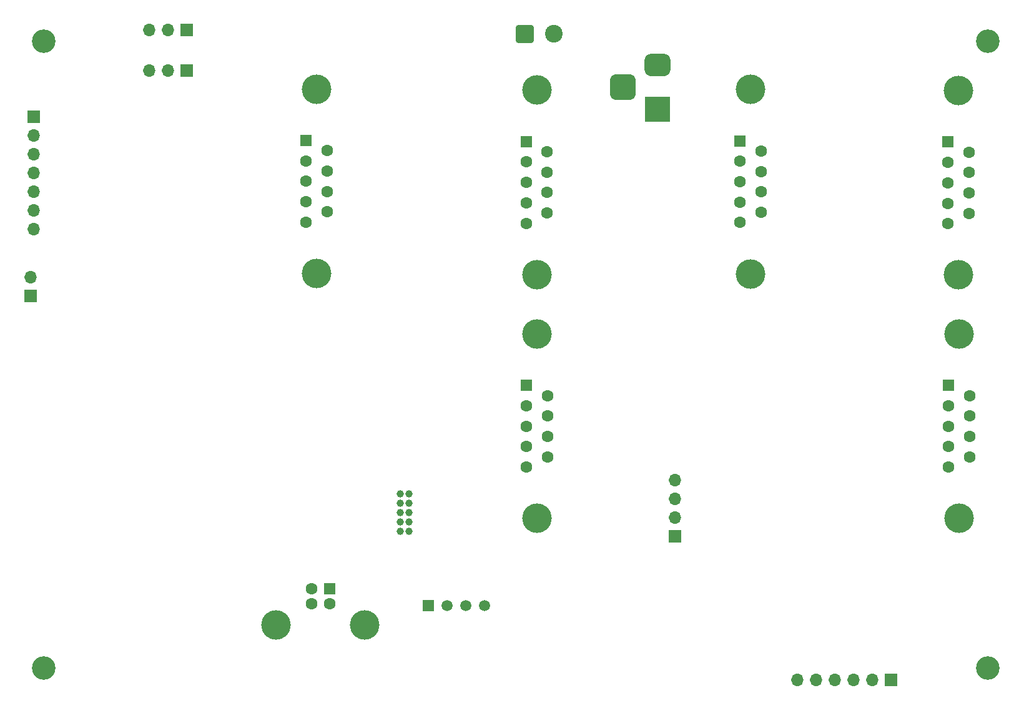
<source format=gbs>
G04 #@! TF.GenerationSoftware,KiCad,Pcbnew,(5.1.9)-1*
G04 #@! TF.CreationDate,2021-04-19T10:18:59+02:00*
G04 #@! TF.ProjectId,esp32-light-controller,65737033-322d-46c6-9967-68742d636f6e,rev?*
G04 #@! TF.SameCoordinates,Original*
G04 #@! TF.FileFunction,Soldermask,Bot*
G04 #@! TF.FilePolarity,Negative*
%FSLAX46Y46*%
G04 Gerber Fmt 4.6, Leading zero omitted, Abs format (unit mm)*
G04 Created by KiCad (PCBNEW (5.1.9)-1) date 2021-04-19 10:18:59*
%MOMM*%
%LPD*%
G01*
G04 APERTURE LIST*
%ADD10C,3.200000*%
%ADD11C,1.500000*%
%ADD12R,1.500000X1.500000*%
%ADD13C,1.000000*%
%ADD14O,1.700000X1.700000*%
%ADD15R,1.700000X1.700000*%
%ADD16C,4.000000*%
%ADD17C,1.600000*%
%ADD18R,1.600000X1.600000*%
%ADD19R,3.500000X3.500000*%
%ADD20C,2.400000*%
G04 APERTURE END LIST*
D10*
X55000000Y-145000000D03*
X183000000Y-60000000D03*
X183000000Y-145000000D03*
X55000000Y-60000000D03*
D11*
X114720000Y-136500000D03*
X112180000Y-136500000D03*
X109640000Y-136500000D03*
D12*
X107100000Y-136500000D03*
D13*
X103320000Y-126440000D03*
X103320000Y-125170000D03*
X103320000Y-123900000D03*
X103320000Y-122630000D03*
X103320000Y-121360000D03*
X104480000Y-121360000D03*
X104480000Y-122630000D03*
X104480000Y-123900000D03*
X104480000Y-125170000D03*
X104480000Y-126440000D03*
D14*
X53600000Y-85440000D03*
X53600000Y-82900000D03*
X53600000Y-80360000D03*
X53600000Y-77820000D03*
X53600000Y-75280000D03*
X53600000Y-72740000D03*
D15*
X53600000Y-70200000D03*
D16*
X91959338Y-66460000D03*
X91959338Y-91460000D03*
D17*
X93379338Y-83115000D03*
X93379338Y-80345000D03*
X93379338Y-77575000D03*
X93379338Y-74805000D03*
X90539338Y-84500000D03*
X90539338Y-81730000D03*
X90539338Y-78960000D03*
X90539338Y-76190000D03*
D18*
X90539338Y-73420000D03*
D16*
X121829338Y-66620000D03*
X121829338Y-91620000D03*
D17*
X123249338Y-83275000D03*
X123249338Y-80505000D03*
X123249338Y-77735000D03*
X123249338Y-74965000D03*
X120409338Y-84660000D03*
X120409338Y-81890000D03*
X120409338Y-79120000D03*
X120409338Y-76350000D03*
D18*
X120409338Y-73580000D03*
D16*
X121849338Y-99680000D03*
X121849338Y-124680000D03*
D17*
X123269338Y-116335000D03*
X123269338Y-113565000D03*
X123269338Y-110795000D03*
X123269338Y-108025000D03*
X120429338Y-117720000D03*
X120429338Y-114950000D03*
X120429338Y-112180000D03*
X120429338Y-109410000D03*
D18*
X120429338Y-106640000D03*
D16*
X150829338Y-66530000D03*
X150829338Y-91530000D03*
D17*
X152249338Y-83185000D03*
X152249338Y-80415000D03*
X152249338Y-77645000D03*
X152249338Y-74875000D03*
X149409338Y-84570000D03*
X149409338Y-81800000D03*
X149409338Y-79030000D03*
X149409338Y-76260000D03*
D18*
X149409338Y-73490000D03*
D16*
X178989338Y-66680000D03*
X178989338Y-91680000D03*
D17*
X180409338Y-83335000D03*
X180409338Y-80565000D03*
X180409338Y-77795000D03*
X180409338Y-75025000D03*
X177569338Y-84720000D03*
X177569338Y-81950000D03*
X177569338Y-79180000D03*
X177569338Y-76410000D03*
D18*
X177569338Y-73640000D03*
D16*
X179079338Y-99690000D03*
X179079338Y-124690000D03*
D17*
X180499338Y-116345000D03*
X180499338Y-113575000D03*
X180499338Y-110805000D03*
X180499338Y-108035000D03*
X177659338Y-117730000D03*
X177659338Y-114960000D03*
X177659338Y-112190000D03*
X177659338Y-109420000D03*
D18*
X177659338Y-106650000D03*
G36*
G01*
X132625000Y-64450000D02*
X134375000Y-64450000D01*
G75*
G02*
X135250000Y-65325000I0J-875000D01*
G01*
X135250000Y-67075000D01*
G75*
G02*
X134375000Y-67950000I-875000J0D01*
G01*
X132625000Y-67950000D01*
G75*
G02*
X131750000Y-67075000I0J875000D01*
G01*
X131750000Y-65325000D01*
G75*
G02*
X132625000Y-64450000I875000J0D01*
G01*
G37*
G36*
G01*
X137200000Y-61700000D02*
X139200000Y-61700000D01*
G75*
G02*
X139950000Y-62450000I0J-750000D01*
G01*
X139950000Y-63950000D01*
G75*
G02*
X139200000Y-64700000I-750000J0D01*
G01*
X137200000Y-64700000D01*
G75*
G02*
X136450000Y-63950000I0J750000D01*
G01*
X136450000Y-62450000D01*
G75*
G02*
X137200000Y-61700000I750000J0D01*
G01*
G37*
D19*
X138200000Y-69200000D03*
D14*
X157150000Y-146600000D03*
X159690000Y-146600000D03*
X162230000Y-146600000D03*
X164770000Y-146600000D03*
X167310000Y-146600000D03*
D15*
X169850000Y-146600000D03*
D20*
X124160000Y-59000000D03*
G36*
G01*
X119000000Y-59950000D02*
X119000000Y-58050000D01*
G75*
G02*
X119250000Y-57800000I250000J0D01*
G01*
X121150000Y-57800000D01*
G75*
G02*
X121400000Y-58050000I0J-250000D01*
G01*
X121400000Y-59950000D01*
G75*
G02*
X121150000Y-60200000I-250000J0D01*
G01*
X119250000Y-60200000D01*
G75*
G02*
X119000000Y-59950000I0J250000D01*
G01*
G37*
D14*
X69310000Y-58450000D03*
X71850000Y-58450000D03*
D15*
X74390000Y-58450000D03*
D14*
X69270000Y-63950000D03*
X71810000Y-63950000D03*
D15*
X74350000Y-63950000D03*
D14*
X53200000Y-91960000D03*
D15*
X53200000Y-94500000D03*
D14*
X140600000Y-119520000D03*
X140600000Y-122060000D03*
X140600000Y-124600000D03*
D15*
X140600000Y-127140000D03*
D16*
X98500000Y-139110000D03*
X86500000Y-139110000D03*
D17*
X93750000Y-136250000D03*
X91250000Y-136250000D03*
X91250000Y-134250000D03*
D18*
X93750000Y-134250000D03*
M02*

</source>
